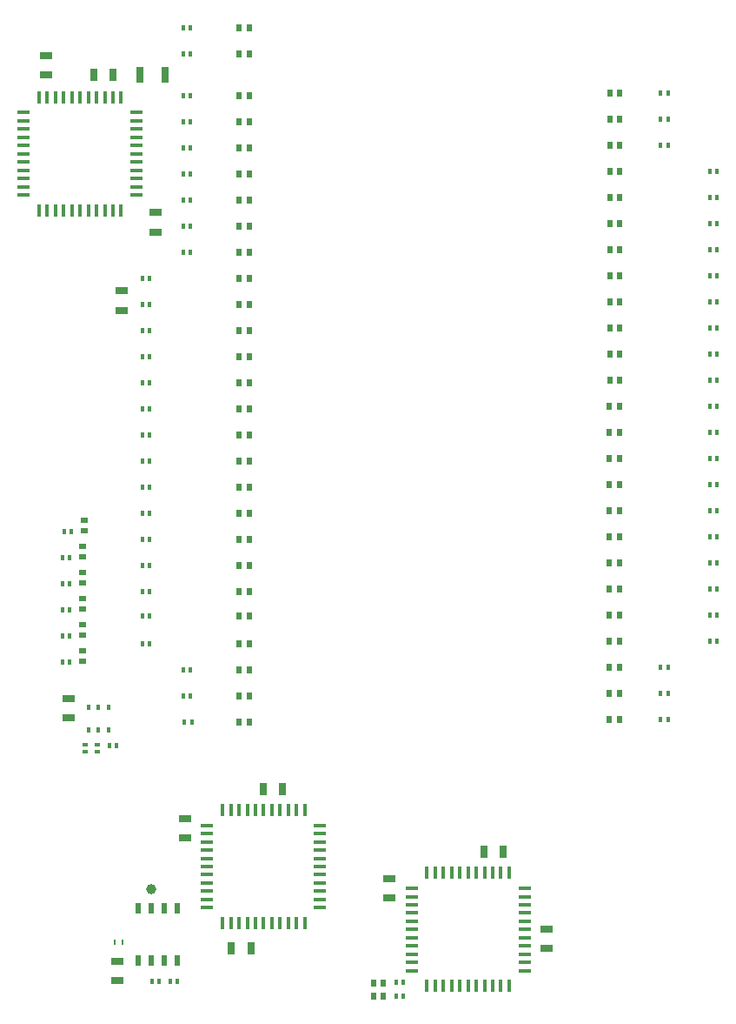
<source format=gtp>
G04*
G04 #@! TF.GenerationSoftware,Altium Limited,Altium Designer,19.0.14 (431)*
G04*
G04 Layer_Color=8421504*
%FSLAX44Y44*%
%MOMM*%
G71*
G01*
G75*
%ADD18R,0.3000X0.5000*%
%ADD19R,0.6000X0.7000*%
%ADD20R,0.4000X0.6000*%
%ADD21R,0.5000X0.3000*%
%ADD22R,0.7000X0.6000*%
%ADD23R,1.2500X0.8000*%
%ADD24R,0.8000X1.2500*%
%ADD25R,0.2500X0.5000*%
%ADD26C,1.0000*%
%ADD27R,0.5000X1.1000*%
%ADD28R,0.4000X1.2000*%
%ADD29R,1.2000X0.4000*%
%ADD30R,0.7500X1.6000*%
D18*
X397914Y31994D02*
D03*
X404914D02*
D03*
X397914Y19040D02*
D03*
X404914D02*
D03*
X167424Y33010D02*
D03*
X160424D02*
D03*
X184950Y33264D02*
D03*
X177950D02*
D03*
X118764Y262880D02*
D03*
X125764D02*
D03*
X81826Y471160D02*
D03*
X74826D02*
D03*
X80048Y445760D02*
D03*
X73048D02*
D03*
X80048Y420360D02*
D03*
X73048D02*
D03*
X80048Y394960D02*
D03*
X73048D02*
D03*
X80048Y369560D02*
D03*
X73048D02*
D03*
X80048Y344160D02*
D03*
X73048D02*
D03*
X158026Y590540D02*
D03*
X151026D02*
D03*
X158026Y565140D02*
D03*
X151026D02*
D03*
X158026Y539740D02*
D03*
X151026D02*
D03*
X158026Y514340D02*
D03*
X151026D02*
D03*
X158026Y488940D02*
D03*
X151026D02*
D03*
X158026Y463540D02*
D03*
X151026D02*
D03*
X158026Y438140D02*
D03*
X151026D02*
D03*
X158026Y412740D02*
D03*
X151026D02*
D03*
X158026Y388610D02*
D03*
X151026D02*
D03*
X158026Y361940D02*
D03*
X151026D02*
D03*
X197650Y336540D02*
D03*
X190650D02*
D03*
X197650Y311140D02*
D03*
X190650D02*
D03*
X198920Y285740D02*
D03*
X191920D02*
D03*
X158026Y615940D02*
D03*
X151026D02*
D03*
X158026Y641340D02*
D03*
X151026D02*
D03*
X158026Y666740D02*
D03*
X151026D02*
D03*
X158026Y692140D02*
D03*
X151026D02*
D03*
X158026Y717540D02*
D03*
X151026D02*
D03*
X197650Y742940D02*
D03*
X190650D02*
D03*
X197650Y768340D02*
D03*
X190650D02*
D03*
X197650Y793740D02*
D03*
X190650D02*
D03*
X197650Y819140D02*
D03*
X190650D02*
D03*
X197650Y844540D02*
D03*
X190650D02*
D03*
X197650Y869940D02*
D03*
X190650D02*
D03*
X197650Y895340D02*
D03*
X190650D02*
D03*
X197650Y935340D02*
D03*
X190650D02*
D03*
X197650Y960740D02*
D03*
X190650D02*
D03*
X703984Y364234D02*
D03*
X710984D02*
D03*
X703984Y389605D02*
D03*
X710984D02*
D03*
X703984Y414976D02*
D03*
X710984D02*
D03*
X703984Y440347D02*
D03*
X710984D02*
D03*
X703984Y465718D02*
D03*
X710984D02*
D03*
X703984Y491088D02*
D03*
X710984D02*
D03*
X703984Y516459D02*
D03*
X710984D02*
D03*
X703984Y541830D02*
D03*
X710984D02*
D03*
X703984Y567201D02*
D03*
X710984D02*
D03*
X703984Y592572D02*
D03*
X710984D02*
D03*
X703984Y618226D02*
D03*
X710984D02*
D03*
X703984Y643627D02*
D03*
X710984D02*
D03*
X703984Y669027D02*
D03*
X710984D02*
D03*
X703984Y694428D02*
D03*
X710984D02*
D03*
X703984Y719829D02*
D03*
X710984D02*
D03*
X703984Y745229D02*
D03*
X710984D02*
D03*
X703984Y770630D02*
D03*
X710984D02*
D03*
X703984Y796031D02*
D03*
X710984D02*
D03*
X703984Y821432D02*
D03*
X710984D02*
D03*
X655978Y288034D02*
D03*
X662978D02*
D03*
X655978Y313557D02*
D03*
X662978D02*
D03*
X655978Y339080D02*
D03*
X662978D02*
D03*
X655978Y846572D02*
D03*
X662978D02*
D03*
X655978Y872226D02*
D03*
X662978D02*
D03*
X655978Y897880D02*
D03*
X662978D02*
D03*
D19*
X385590Y31740D02*
D03*
X376090D02*
D03*
X385590Y18786D02*
D03*
X376090D02*
D03*
X615460Y592834D02*
D03*
X605960D02*
D03*
X245280Y463540D02*
D03*
X254780D02*
D03*
X615460Y567434D02*
D03*
X605960D02*
D03*
X245280Y488940D02*
D03*
X254780D02*
D03*
X615460Y542034D02*
D03*
X605960D02*
D03*
X245280Y514340D02*
D03*
X254780D02*
D03*
X615460Y516634D02*
D03*
X605960D02*
D03*
X245280Y539740D02*
D03*
X254780D02*
D03*
X615460Y491234D02*
D03*
X605960D02*
D03*
X245280Y565140D02*
D03*
X254780D02*
D03*
X615460Y465834D02*
D03*
X605960D02*
D03*
X245280Y590540D02*
D03*
X254780D02*
D03*
X615460Y440434D02*
D03*
X605960D02*
D03*
X245280Y615940D02*
D03*
X254780D02*
D03*
X615460Y415034D02*
D03*
X605960D02*
D03*
X245280Y641340D02*
D03*
X254780D02*
D03*
X615460Y389634D02*
D03*
X605960D02*
D03*
X245280Y666740D02*
D03*
X254780D02*
D03*
X615714Y872233D02*
D03*
X606214D02*
D03*
X615460Y364234D02*
D03*
X605960D02*
D03*
X245280Y692140D02*
D03*
X254780D02*
D03*
X615714Y846832D02*
D03*
X606214D02*
D03*
X615460Y338834D02*
D03*
X605960D02*
D03*
X245280Y717540D02*
D03*
X254780D02*
D03*
X615714Y821432D02*
D03*
X606214D02*
D03*
X615460Y313434D02*
D03*
X605960D02*
D03*
X245280Y742940D02*
D03*
X254780D02*
D03*
X615714Y796031D02*
D03*
X606214D02*
D03*
X615460Y288034D02*
D03*
X605960D02*
D03*
X245280Y768340D02*
D03*
X254780D02*
D03*
X615714Y770630D02*
D03*
X606214D02*
D03*
X245280Y793740D02*
D03*
X254780D02*
D03*
X615714Y745229D02*
D03*
X606214D02*
D03*
X245280Y311140D02*
D03*
X254780D02*
D03*
X245280Y819140D02*
D03*
X254780D02*
D03*
X615714Y719829D02*
D03*
X606214D02*
D03*
X245280Y336540D02*
D03*
X254780D02*
D03*
X245280Y844540D02*
D03*
X254780D02*
D03*
X615714Y694428D02*
D03*
X606214D02*
D03*
X245280Y361940D02*
D03*
X254780D02*
D03*
X245280Y869940D02*
D03*
X254780D02*
D03*
X615714Y669027D02*
D03*
X606214D02*
D03*
X245280Y388610D02*
D03*
X254780D02*
D03*
X245280Y895340D02*
D03*
X254780D02*
D03*
X615714Y643627D02*
D03*
X606214D02*
D03*
X245280Y412740D02*
D03*
X254780D02*
D03*
X245280Y935340D02*
D03*
X254780D02*
D03*
X615714Y618226D02*
D03*
X606214D02*
D03*
X245280Y438140D02*
D03*
X254780D02*
D03*
X615714Y897634D02*
D03*
X606214D02*
D03*
X245280Y285740D02*
D03*
X254780D02*
D03*
X245280Y960740D02*
D03*
X254780D02*
D03*
D20*
X108196Y277457D02*
D03*
X98696Y299457D02*
D03*
X117696D02*
D03*
X108196D02*
D03*
X117696Y277457D02*
D03*
X98696D02*
D03*
D21*
X107282Y256642D02*
D03*
Y263642D02*
D03*
X95090Y256586D02*
D03*
Y263586D02*
D03*
D22*
X92296Y344998D02*
D03*
Y354498D02*
D03*
X94074Y471998D02*
D03*
Y481498D02*
D03*
X92296Y370398D02*
D03*
Y379898D02*
D03*
Y395798D02*
D03*
Y405298D02*
D03*
Y421198D02*
D03*
Y430698D02*
D03*
Y446598D02*
D03*
Y456098D02*
D03*
D23*
X79088Y289194D02*
D03*
Y308194D02*
D03*
X126078Y33670D02*
D03*
Y52670D02*
D03*
X192626Y172608D02*
D03*
Y191608D02*
D03*
X130626Y686206D02*
D03*
Y705206D02*
D03*
X163416Y781244D02*
D03*
Y762244D02*
D03*
X56990Y914948D02*
D03*
Y933948D02*
D03*
X544322Y65176D02*
D03*
Y84176D02*
D03*
X391254Y114056D02*
D03*
Y133056D02*
D03*
D24*
X237736Y65014D02*
D03*
X256736D02*
D03*
X287376Y219964D02*
D03*
X268376D02*
D03*
X122624Y914898D02*
D03*
X103624D02*
D03*
X483608Y159502D02*
D03*
X502608D02*
D03*
D25*
X124360Y71364D02*
D03*
X131860D02*
D03*
D26*
X159606Y122672D02*
D03*
D27*
X146906Y53330D02*
D03*
X159606D02*
D03*
X172306D02*
D03*
X185006D02*
D03*
X146906Y104330D02*
D03*
X159606D02*
D03*
X172306D02*
D03*
X185006D02*
D03*
D28*
X309080Y199770D02*
D03*
X301080D02*
D03*
X293080D02*
D03*
X285080D02*
D03*
X277080D02*
D03*
X269080D02*
D03*
X261080D02*
D03*
X253080D02*
D03*
X245080D02*
D03*
X237080D02*
D03*
X229080D02*
D03*
Y89770D02*
D03*
X237080D02*
D03*
X245080D02*
D03*
X253080D02*
D03*
X261080D02*
D03*
X269080D02*
D03*
X277080D02*
D03*
X285080D02*
D03*
X293080D02*
D03*
X301080D02*
D03*
X309080D02*
D03*
X50264Y893444D02*
D03*
X58264D02*
D03*
X66264D02*
D03*
X74264D02*
D03*
X82264D02*
D03*
X90264D02*
D03*
X98264D02*
D03*
X106264D02*
D03*
X114264D02*
D03*
X122264D02*
D03*
X130264D02*
D03*
Y783444D02*
D03*
X122264D02*
D03*
X114264D02*
D03*
X106264D02*
D03*
X98264D02*
D03*
X90264D02*
D03*
X82264D02*
D03*
X74264D02*
D03*
X66264D02*
D03*
X58264D02*
D03*
X50264D02*
D03*
X428216Y138556D02*
D03*
X436216D02*
D03*
X444216D02*
D03*
X452216D02*
D03*
X460216D02*
D03*
X468216D02*
D03*
X476216D02*
D03*
X484216D02*
D03*
X492216D02*
D03*
X500216D02*
D03*
X508216D02*
D03*
Y28556D02*
D03*
X500216D02*
D03*
X492216D02*
D03*
X484216D02*
D03*
X476216D02*
D03*
X468216D02*
D03*
X460216D02*
D03*
X452216D02*
D03*
X444216D02*
D03*
X436216D02*
D03*
X428216D02*
D03*
D29*
X214080Y104770D02*
D03*
Y112770D02*
D03*
Y120770D02*
D03*
Y128770D02*
D03*
Y136770D02*
D03*
Y144770D02*
D03*
Y152770D02*
D03*
Y160770D02*
D03*
Y168770D02*
D03*
Y176770D02*
D03*
Y184770D02*
D03*
X324080D02*
D03*
Y176770D02*
D03*
Y168770D02*
D03*
Y160770D02*
D03*
Y152770D02*
D03*
Y144770D02*
D03*
Y136770D02*
D03*
Y128770D02*
D03*
Y120770D02*
D03*
Y112770D02*
D03*
Y104770D02*
D03*
X145264Y798444D02*
D03*
Y806444D02*
D03*
Y814444D02*
D03*
Y822444D02*
D03*
Y830444D02*
D03*
Y838444D02*
D03*
Y846444D02*
D03*
Y854444D02*
D03*
Y862444D02*
D03*
Y870444D02*
D03*
Y878444D02*
D03*
X35264D02*
D03*
Y870444D02*
D03*
Y862444D02*
D03*
Y854444D02*
D03*
Y846444D02*
D03*
Y838444D02*
D03*
Y830444D02*
D03*
Y822444D02*
D03*
Y814444D02*
D03*
Y806444D02*
D03*
Y798444D02*
D03*
X523216Y43556D02*
D03*
Y51556D02*
D03*
Y59556D02*
D03*
Y67556D02*
D03*
Y75556D02*
D03*
Y83556D02*
D03*
Y91556D02*
D03*
Y99556D02*
D03*
Y107556D02*
D03*
Y115556D02*
D03*
Y123556D02*
D03*
X413216D02*
D03*
Y115556D02*
D03*
Y107556D02*
D03*
Y99556D02*
D03*
Y91556D02*
D03*
Y83556D02*
D03*
Y75556D02*
D03*
Y67556D02*
D03*
Y59556D02*
D03*
Y51556D02*
D03*
Y43556D02*
D03*
D30*
X148176Y914898D02*
D03*
X173176D02*
D03*
M02*

</source>
